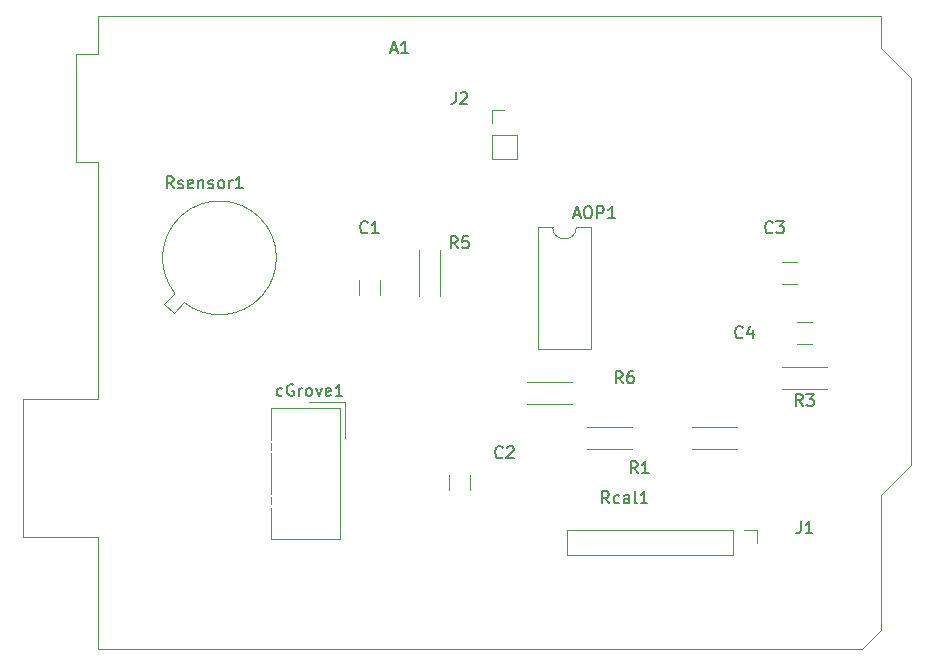
<source format=gbr>
G04 #@! TF.GenerationSoftware,KiCad,Pcbnew,(5.0.0)*
G04 #@! TF.CreationDate,2018-11-30T17:16:34+01:00*
G04 #@! TF.ProjectId,GazSensor-Rodier&Xu,47617A53656E736F722D526F64696572,1.0*
G04 #@! TF.SameCoordinates,Original*
G04 #@! TF.FileFunction,Legend,Top*
G04 #@! TF.FilePolarity,Positive*
%FSLAX46Y46*%
G04 Gerber Fmt 4.6, Leading zero omitted, Abs format (unit mm)*
G04 Created by KiCad (PCBNEW (5.0.0)) date 11/30/18 17:16:34*
%MOMM*%
%LPD*%
G01*
G04 APERTURE LIST*
%ADD10C,0.120000*%
%ADD11C,0.150000*%
G04 APERTURE END LIST*
D10*
G04 #@! TO.C,A1*
X180470000Y-112780000D02*
X180470000Y-80010000D01*
X180470000Y-80010000D02*
X177930000Y-77470000D01*
X177930000Y-77470000D02*
X177930000Y-74800000D01*
X177930000Y-74800000D02*
X111630000Y-74800000D01*
X111630000Y-74800000D02*
X111630000Y-77980000D01*
X111630000Y-77980000D02*
X109730000Y-77980000D01*
X109730000Y-77980000D02*
X109730000Y-87120000D01*
X109730000Y-87120000D02*
X111630000Y-87120000D01*
X111630000Y-87120000D02*
X111630000Y-107190000D01*
X111630000Y-107190000D02*
X105280000Y-107190000D01*
X105280000Y-107190000D02*
X105280000Y-118870000D01*
X105280000Y-118870000D02*
X111630000Y-118870000D01*
X111630000Y-118870000D02*
X111630000Y-128400000D01*
X111630000Y-128400000D02*
X176280000Y-128400000D01*
X176280000Y-128400000D02*
X177930000Y-126750000D01*
X177930000Y-126750000D02*
X177930000Y-115320000D01*
X177930000Y-115320000D02*
X180470000Y-112780000D01*
G04 #@! TO.C,C4*
X170801000Y-100680000D02*
X172059000Y-100680000D01*
X170801000Y-102520000D02*
X172059000Y-102520000D01*
G04 #@! TO.C,AOP1*
X153380000Y-92650000D02*
X152130000Y-92650000D01*
X153380000Y-102930000D02*
X153380000Y-92650000D01*
X148880000Y-102930000D02*
X153380000Y-102930000D01*
X148880000Y-92650000D02*
X148880000Y-102930000D01*
X150130000Y-92650000D02*
X148880000Y-92650000D01*
X152130000Y-92650000D02*
G75*
G02X150130000Y-92650000I-1000000J0D01*
G01*
G04 #@! TO.C,C1*
X135540000Y-97141000D02*
X135540000Y-98399000D01*
X133700000Y-97141000D02*
X133700000Y-98399000D01*
G04 #@! TO.C,C2*
X141320000Y-113651000D02*
X141320000Y-114909000D01*
X143160000Y-113651000D02*
X143160000Y-114909000D01*
G04 #@! TO.C,C3*
X170829000Y-97440000D02*
X169571000Y-97440000D01*
X170829000Y-95600000D02*
X169571000Y-95600000D01*
G04 #@! TO.C,R1*
X156860000Y-111410000D02*
X153020000Y-111410000D01*
X156860000Y-109570000D02*
X153020000Y-109570000D01*
G04 #@! TO.C,R3*
X173370000Y-104490000D02*
X169530000Y-104490000D01*
X173370000Y-106330000D02*
X169530000Y-106330000D01*
G04 #@! TO.C,R5*
X138780000Y-98440000D02*
X138780000Y-94600000D01*
X140620000Y-98440000D02*
X140620000Y-94600000D01*
G04 #@! TO.C,R6*
X151780000Y-107600000D02*
X147940000Y-107600000D01*
X151780000Y-105760000D02*
X147940000Y-105760000D01*
G04 #@! TO.C,Rcal1*
X165750000Y-111410000D02*
X161910000Y-111410000D01*
X165750000Y-109570000D02*
X161910000Y-109570000D01*
G04 #@! TO.C,Rsensor1*
X118145098Y-98247084D02*
X117254144Y-99138039D01*
X117254144Y-99138039D02*
X118031961Y-99915856D01*
X118031961Y-99915856D02*
X118922916Y-99024902D01*
X118922629Y-99024674D02*
G75*
G03X118145098Y-98247084I2997371J3774674D01*
G01*
G04 #@! TO.C,cGrove1*
X132540000Y-107490000D02*
X132540000Y-110490000D01*
X129540000Y-107490000D02*
X132540000Y-107490000D01*
X126240000Y-115490000D02*
X126240000Y-116090000D01*
X126240000Y-110890000D02*
X126240000Y-111490000D01*
X132090000Y-107990000D02*
X132090000Y-119040000D01*
X126240000Y-107990000D02*
X132090000Y-107990000D01*
X126240000Y-111740000D02*
X126240000Y-115240000D01*
X126240000Y-119040000D02*
X132090000Y-119040000D01*
X126240000Y-107990000D02*
X126240000Y-110640000D01*
X126240000Y-116390000D02*
X126240000Y-119040000D01*
G04 #@! TO.C,J1*
X151310000Y-118320000D02*
X151310000Y-120440000D01*
X165370000Y-118320000D02*
X151310000Y-118320000D01*
X165370000Y-120440000D02*
X151310000Y-120440000D01*
X165370000Y-118320000D02*
X165370000Y-120440000D01*
X166370000Y-118320000D02*
X167430000Y-118320000D01*
X167430000Y-118320000D02*
X167430000Y-119380000D01*
G04 #@! TO.C,J2*
X144990000Y-86880000D02*
X147110000Y-86880000D01*
X144990000Y-84820000D02*
X144990000Y-86880000D01*
X147110000Y-84820000D02*
X147110000Y-86880000D01*
X144990000Y-84820000D02*
X147110000Y-84820000D01*
X144990000Y-83820000D02*
X144990000Y-82760000D01*
X144990000Y-82760000D02*
X146050000Y-82760000D01*
G04 #@! TO.C,A1*
D11*
X136445714Y-77636666D02*
X136921904Y-77636666D01*
X136350476Y-77922380D02*
X136683809Y-76922380D01*
X137017142Y-77922380D01*
X137874285Y-77922380D02*
X137302857Y-77922380D01*
X137588571Y-77922380D02*
X137588571Y-76922380D01*
X137493333Y-77065238D01*
X137398095Y-77160476D01*
X137302857Y-77208095D01*
G04 #@! TO.C,C4*
X166203333Y-101957142D02*
X166155714Y-102004761D01*
X166012857Y-102052380D01*
X165917619Y-102052380D01*
X165774761Y-102004761D01*
X165679523Y-101909523D01*
X165631904Y-101814285D01*
X165584285Y-101623809D01*
X165584285Y-101480952D01*
X165631904Y-101290476D01*
X165679523Y-101195238D01*
X165774761Y-101100000D01*
X165917619Y-101052380D01*
X166012857Y-101052380D01*
X166155714Y-101100000D01*
X166203333Y-101147619D01*
X167060476Y-101385714D02*
X167060476Y-102052380D01*
X166822380Y-101004761D02*
X166584285Y-101719047D01*
X167203333Y-101719047D01*
G04 #@! TO.C,AOP1*
X151931904Y-91606666D02*
X152408095Y-91606666D01*
X151836666Y-91892380D02*
X152170000Y-90892380D01*
X152503333Y-91892380D01*
X153027142Y-90892380D02*
X153217619Y-90892380D01*
X153312857Y-90940000D01*
X153408095Y-91035238D01*
X153455714Y-91225714D01*
X153455714Y-91559047D01*
X153408095Y-91749523D01*
X153312857Y-91844761D01*
X153217619Y-91892380D01*
X153027142Y-91892380D01*
X152931904Y-91844761D01*
X152836666Y-91749523D01*
X152789047Y-91559047D01*
X152789047Y-91225714D01*
X152836666Y-91035238D01*
X152931904Y-90940000D01*
X153027142Y-90892380D01*
X153884285Y-91892380D02*
X153884285Y-90892380D01*
X154265238Y-90892380D01*
X154360476Y-90940000D01*
X154408095Y-90987619D01*
X154455714Y-91082857D01*
X154455714Y-91225714D01*
X154408095Y-91320952D01*
X154360476Y-91368571D01*
X154265238Y-91416190D01*
X153884285Y-91416190D01*
X155408095Y-91892380D02*
X154836666Y-91892380D01*
X155122380Y-91892380D02*
X155122380Y-90892380D01*
X155027142Y-91035238D01*
X154931904Y-91130476D01*
X154836666Y-91178095D01*
G04 #@! TO.C,C1*
X134453333Y-93067142D02*
X134405714Y-93114761D01*
X134262857Y-93162380D01*
X134167619Y-93162380D01*
X134024761Y-93114761D01*
X133929523Y-93019523D01*
X133881904Y-92924285D01*
X133834285Y-92733809D01*
X133834285Y-92590952D01*
X133881904Y-92400476D01*
X133929523Y-92305238D01*
X134024761Y-92210000D01*
X134167619Y-92162380D01*
X134262857Y-92162380D01*
X134405714Y-92210000D01*
X134453333Y-92257619D01*
X135405714Y-93162380D02*
X134834285Y-93162380D01*
X135120000Y-93162380D02*
X135120000Y-92162380D01*
X135024761Y-92305238D01*
X134929523Y-92400476D01*
X134834285Y-92448095D01*
G04 #@! TO.C,C2*
X145883333Y-112117142D02*
X145835714Y-112164761D01*
X145692857Y-112212380D01*
X145597619Y-112212380D01*
X145454761Y-112164761D01*
X145359523Y-112069523D01*
X145311904Y-111974285D01*
X145264285Y-111783809D01*
X145264285Y-111640952D01*
X145311904Y-111450476D01*
X145359523Y-111355238D01*
X145454761Y-111260000D01*
X145597619Y-111212380D01*
X145692857Y-111212380D01*
X145835714Y-111260000D01*
X145883333Y-111307619D01*
X146264285Y-111307619D02*
X146311904Y-111260000D01*
X146407142Y-111212380D01*
X146645238Y-111212380D01*
X146740476Y-111260000D01*
X146788095Y-111307619D01*
X146835714Y-111402857D01*
X146835714Y-111498095D01*
X146788095Y-111640952D01*
X146216666Y-112212380D01*
X146835714Y-112212380D01*
G04 #@! TO.C,C3*
X168743333Y-93067142D02*
X168695714Y-93114761D01*
X168552857Y-93162380D01*
X168457619Y-93162380D01*
X168314761Y-93114761D01*
X168219523Y-93019523D01*
X168171904Y-92924285D01*
X168124285Y-92733809D01*
X168124285Y-92590952D01*
X168171904Y-92400476D01*
X168219523Y-92305238D01*
X168314761Y-92210000D01*
X168457619Y-92162380D01*
X168552857Y-92162380D01*
X168695714Y-92210000D01*
X168743333Y-92257619D01*
X169076666Y-92162380D02*
X169695714Y-92162380D01*
X169362380Y-92543333D01*
X169505238Y-92543333D01*
X169600476Y-92590952D01*
X169648095Y-92638571D01*
X169695714Y-92733809D01*
X169695714Y-92971904D01*
X169648095Y-93067142D01*
X169600476Y-93114761D01*
X169505238Y-93162380D01*
X169219523Y-93162380D01*
X169124285Y-93114761D01*
X169076666Y-93067142D01*
G04 #@! TO.C,R1*
X157313333Y-113482380D02*
X156980000Y-113006190D01*
X156741904Y-113482380D02*
X156741904Y-112482380D01*
X157122857Y-112482380D01*
X157218095Y-112530000D01*
X157265714Y-112577619D01*
X157313333Y-112672857D01*
X157313333Y-112815714D01*
X157265714Y-112910952D01*
X157218095Y-112958571D01*
X157122857Y-113006190D01*
X156741904Y-113006190D01*
X158265714Y-113482380D02*
X157694285Y-113482380D01*
X157980000Y-113482380D02*
X157980000Y-112482380D01*
X157884761Y-112625238D01*
X157789523Y-112720476D01*
X157694285Y-112768095D01*
G04 #@! TO.C,R3*
X171283333Y-107782380D02*
X170950000Y-107306190D01*
X170711904Y-107782380D02*
X170711904Y-106782380D01*
X171092857Y-106782380D01*
X171188095Y-106830000D01*
X171235714Y-106877619D01*
X171283333Y-106972857D01*
X171283333Y-107115714D01*
X171235714Y-107210952D01*
X171188095Y-107258571D01*
X171092857Y-107306190D01*
X170711904Y-107306190D01*
X171616666Y-106782380D02*
X172235714Y-106782380D01*
X171902380Y-107163333D01*
X172045238Y-107163333D01*
X172140476Y-107210952D01*
X172188095Y-107258571D01*
X172235714Y-107353809D01*
X172235714Y-107591904D01*
X172188095Y-107687142D01*
X172140476Y-107734761D01*
X172045238Y-107782380D01*
X171759523Y-107782380D01*
X171664285Y-107734761D01*
X171616666Y-107687142D01*
G04 #@! TO.C,R5*
X142073333Y-94432380D02*
X141740000Y-93956190D01*
X141501904Y-94432380D02*
X141501904Y-93432380D01*
X141882857Y-93432380D01*
X141978095Y-93480000D01*
X142025714Y-93527619D01*
X142073333Y-93622857D01*
X142073333Y-93765714D01*
X142025714Y-93860952D01*
X141978095Y-93908571D01*
X141882857Y-93956190D01*
X141501904Y-93956190D01*
X142978095Y-93432380D02*
X142501904Y-93432380D01*
X142454285Y-93908571D01*
X142501904Y-93860952D01*
X142597142Y-93813333D01*
X142835238Y-93813333D01*
X142930476Y-93860952D01*
X142978095Y-93908571D01*
X143025714Y-94003809D01*
X143025714Y-94241904D01*
X142978095Y-94337142D01*
X142930476Y-94384761D01*
X142835238Y-94432380D01*
X142597142Y-94432380D01*
X142501904Y-94384761D01*
X142454285Y-94337142D01*
G04 #@! TO.C,R6*
X156043333Y-105862380D02*
X155710000Y-105386190D01*
X155471904Y-105862380D02*
X155471904Y-104862380D01*
X155852857Y-104862380D01*
X155948095Y-104910000D01*
X155995714Y-104957619D01*
X156043333Y-105052857D01*
X156043333Y-105195714D01*
X155995714Y-105290952D01*
X155948095Y-105338571D01*
X155852857Y-105386190D01*
X155471904Y-105386190D01*
X156900476Y-104862380D02*
X156710000Y-104862380D01*
X156614761Y-104910000D01*
X156567142Y-104957619D01*
X156471904Y-105100476D01*
X156424285Y-105290952D01*
X156424285Y-105671904D01*
X156471904Y-105767142D01*
X156519523Y-105814761D01*
X156614761Y-105862380D01*
X156805238Y-105862380D01*
X156900476Y-105814761D01*
X156948095Y-105767142D01*
X156995714Y-105671904D01*
X156995714Y-105433809D01*
X156948095Y-105338571D01*
X156900476Y-105290952D01*
X156805238Y-105243333D01*
X156614761Y-105243333D01*
X156519523Y-105290952D01*
X156471904Y-105338571D01*
X156424285Y-105433809D01*
G04 #@! TO.C,Rcal1*
X154900476Y-116022380D02*
X154567142Y-115546190D01*
X154329047Y-116022380D02*
X154329047Y-115022380D01*
X154710000Y-115022380D01*
X154805238Y-115070000D01*
X154852857Y-115117619D01*
X154900476Y-115212857D01*
X154900476Y-115355714D01*
X154852857Y-115450952D01*
X154805238Y-115498571D01*
X154710000Y-115546190D01*
X154329047Y-115546190D01*
X155757619Y-115974761D02*
X155662380Y-116022380D01*
X155471904Y-116022380D01*
X155376666Y-115974761D01*
X155329047Y-115927142D01*
X155281428Y-115831904D01*
X155281428Y-115546190D01*
X155329047Y-115450952D01*
X155376666Y-115403333D01*
X155471904Y-115355714D01*
X155662380Y-115355714D01*
X155757619Y-115403333D01*
X156614761Y-116022380D02*
X156614761Y-115498571D01*
X156567142Y-115403333D01*
X156471904Y-115355714D01*
X156281428Y-115355714D01*
X156186190Y-115403333D01*
X156614761Y-115974761D02*
X156519523Y-116022380D01*
X156281428Y-116022380D01*
X156186190Y-115974761D01*
X156138571Y-115879523D01*
X156138571Y-115784285D01*
X156186190Y-115689047D01*
X156281428Y-115641428D01*
X156519523Y-115641428D01*
X156614761Y-115593809D01*
X157233809Y-116022380D02*
X157138571Y-115974761D01*
X157090952Y-115879523D01*
X157090952Y-115022380D01*
X158138571Y-116022380D02*
X157567142Y-116022380D01*
X157852857Y-116022380D02*
X157852857Y-115022380D01*
X157757619Y-115165238D01*
X157662380Y-115260476D01*
X157567142Y-115308095D01*
G04 #@! TO.C,Rsensor1*
X118030952Y-89352380D02*
X117697619Y-88876190D01*
X117459523Y-89352380D02*
X117459523Y-88352380D01*
X117840476Y-88352380D01*
X117935714Y-88400000D01*
X117983333Y-88447619D01*
X118030952Y-88542857D01*
X118030952Y-88685714D01*
X117983333Y-88780952D01*
X117935714Y-88828571D01*
X117840476Y-88876190D01*
X117459523Y-88876190D01*
X118411904Y-89304761D02*
X118507142Y-89352380D01*
X118697619Y-89352380D01*
X118792857Y-89304761D01*
X118840476Y-89209523D01*
X118840476Y-89161904D01*
X118792857Y-89066666D01*
X118697619Y-89019047D01*
X118554761Y-89019047D01*
X118459523Y-88971428D01*
X118411904Y-88876190D01*
X118411904Y-88828571D01*
X118459523Y-88733333D01*
X118554761Y-88685714D01*
X118697619Y-88685714D01*
X118792857Y-88733333D01*
X119650000Y-89304761D02*
X119554761Y-89352380D01*
X119364285Y-89352380D01*
X119269047Y-89304761D01*
X119221428Y-89209523D01*
X119221428Y-88828571D01*
X119269047Y-88733333D01*
X119364285Y-88685714D01*
X119554761Y-88685714D01*
X119650000Y-88733333D01*
X119697619Y-88828571D01*
X119697619Y-88923809D01*
X119221428Y-89019047D01*
X120126190Y-88685714D02*
X120126190Y-89352380D01*
X120126190Y-88780952D02*
X120173809Y-88733333D01*
X120269047Y-88685714D01*
X120411904Y-88685714D01*
X120507142Y-88733333D01*
X120554761Y-88828571D01*
X120554761Y-89352380D01*
X120983333Y-89304761D02*
X121078571Y-89352380D01*
X121269047Y-89352380D01*
X121364285Y-89304761D01*
X121411904Y-89209523D01*
X121411904Y-89161904D01*
X121364285Y-89066666D01*
X121269047Y-89019047D01*
X121126190Y-89019047D01*
X121030952Y-88971428D01*
X120983333Y-88876190D01*
X120983333Y-88828571D01*
X121030952Y-88733333D01*
X121126190Y-88685714D01*
X121269047Y-88685714D01*
X121364285Y-88733333D01*
X121983333Y-89352380D02*
X121888095Y-89304761D01*
X121840476Y-89257142D01*
X121792857Y-89161904D01*
X121792857Y-88876190D01*
X121840476Y-88780952D01*
X121888095Y-88733333D01*
X121983333Y-88685714D01*
X122126190Y-88685714D01*
X122221428Y-88733333D01*
X122269047Y-88780952D01*
X122316666Y-88876190D01*
X122316666Y-89161904D01*
X122269047Y-89257142D01*
X122221428Y-89304761D01*
X122126190Y-89352380D01*
X121983333Y-89352380D01*
X122745238Y-89352380D02*
X122745238Y-88685714D01*
X122745238Y-88876190D02*
X122792857Y-88780952D01*
X122840476Y-88733333D01*
X122935714Y-88685714D01*
X123030952Y-88685714D01*
X123888095Y-89352380D02*
X123316666Y-89352380D01*
X123602380Y-89352380D02*
X123602380Y-88352380D01*
X123507142Y-88495238D01*
X123411904Y-88590476D01*
X123316666Y-88638095D01*
G04 #@! TO.C,cGrove1*
X127230476Y-106894761D02*
X127135238Y-106942380D01*
X126944761Y-106942380D01*
X126849523Y-106894761D01*
X126801904Y-106847142D01*
X126754285Y-106751904D01*
X126754285Y-106466190D01*
X126801904Y-106370952D01*
X126849523Y-106323333D01*
X126944761Y-106275714D01*
X127135238Y-106275714D01*
X127230476Y-106323333D01*
X128182857Y-105990000D02*
X128087619Y-105942380D01*
X127944761Y-105942380D01*
X127801904Y-105990000D01*
X127706666Y-106085238D01*
X127659047Y-106180476D01*
X127611428Y-106370952D01*
X127611428Y-106513809D01*
X127659047Y-106704285D01*
X127706666Y-106799523D01*
X127801904Y-106894761D01*
X127944761Y-106942380D01*
X128040000Y-106942380D01*
X128182857Y-106894761D01*
X128230476Y-106847142D01*
X128230476Y-106513809D01*
X128040000Y-106513809D01*
X128659047Y-106942380D02*
X128659047Y-106275714D01*
X128659047Y-106466190D02*
X128706666Y-106370952D01*
X128754285Y-106323333D01*
X128849523Y-106275714D01*
X128944761Y-106275714D01*
X129420952Y-106942380D02*
X129325714Y-106894761D01*
X129278095Y-106847142D01*
X129230476Y-106751904D01*
X129230476Y-106466190D01*
X129278095Y-106370952D01*
X129325714Y-106323333D01*
X129420952Y-106275714D01*
X129563809Y-106275714D01*
X129659047Y-106323333D01*
X129706666Y-106370952D01*
X129754285Y-106466190D01*
X129754285Y-106751904D01*
X129706666Y-106847142D01*
X129659047Y-106894761D01*
X129563809Y-106942380D01*
X129420952Y-106942380D01*
X130087619Y-106275714D02*
X130325714Y-106942380D01*
X130563809Y-106275714D01*
X131325714Y-106894761D02*
X131230476Y-106942380D01*
X131040000Y-106942380D01*
X130944761Y-106894761D01*
X130897142Y-106799523D01*
X130897142Y-106418571D01*
X130944761Y-106323333D01*
X131040000Y-106275714D01*
X131230476Y-106275714D01*
X131325714Y-106323333D01*
X131373333Y-106418571D01*
X131373333Y-106513809D01*
X130897142Y-106609047D01*
X132325714Y-106942380D02*
X131754285Y-106942380D01*
X132040000Y-106942380D02*
X132040000Y-105942380D01*
X131944761Y-106085238D01*
X131849523Y-106180476D01*
X131754285Y-106228095D01*
G04 #@! TO.C,J1*
X171116666Y-117562380D02*
X171116666Y-118276666D01*
X171069047Y-118419523D01*
X170973809Y-118514761D01*
X170830952Y-118562380D01*
X170735714Y-118562380D01*
X172116666Y-118562380D02*
X171545238Y-118562380D01*
X171830952Y-118562380D02*
X171830952Y-117562380D01*
X171735714Y-117705238D01*
X171640476Y-117800476D01*
X171545238Y-117848095D01*
G04 #@! TO.C,J2*
X141906666Y-81212380D02*
X141906666Y-81926666D01*
X141859047Y-82069523D01*
X141763809Y-82164761D01*
X141620952Y-82212380D01*
X141525714Y-82212380D01*
X142335238Y-81307619D02*
X142382857Y-81260000D01*
X142478095Y-81212380D01*
X142716190Y-81212380D01*
X142811428Y-81260000D01*
X142859047Y-81307619D01*
X142906666Y-81402857D01*
X142906666Y-81498095D01*
X142859047Y-81640952D01*
X142287619Y-82212380D01*
X142906666Y-82212380D01*
G04 #@! TD*
M02*

</source>
